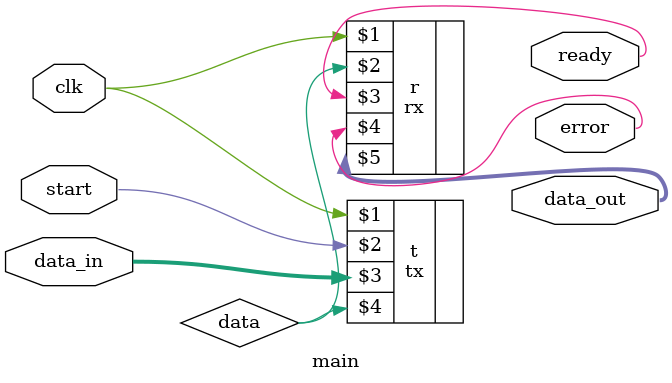
<source format=v>
module main
(
    input wire clk,
    input wire [7:0] data_in,
    input wire start,
    output wire [7:0] data_out,
    output wire error,
    output wire ready
);

wire data;

// uart_baud_rate(.clk(clk), .tx_clk(tx_clk));

tx t(clk, start, data_in, data);
rx r(clk, data, ready, error, data_out);

endmodule

</source>
